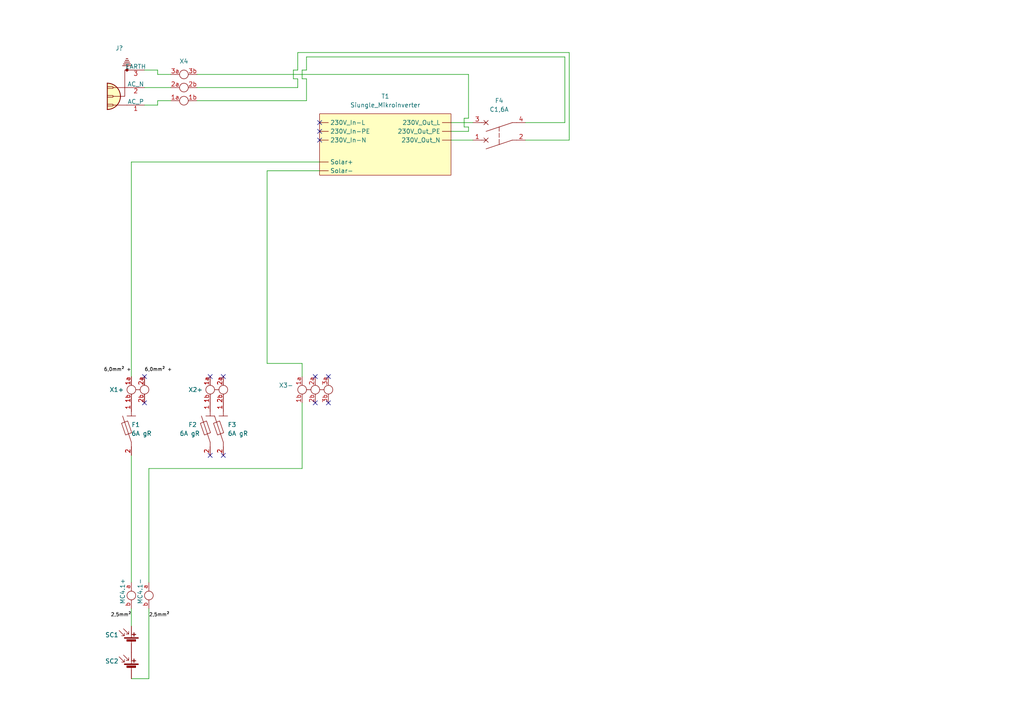
<source format=kicad_sch>
(kicad_sch (version 20211123) (generator eeschema)

  (uuid d45b0e88-7cd7-48fa-8931-2a952822bb92)

  (paper "A4")

  (title_block
    (title "Wechselrichter Inbetriebnahme")
    (date "2023-04-04")
    (rev "1.0")
    (comment 3 "Für den nächsten Ausbauschritt werden bereits alle Einspeiseklemmen gesetzt")
    (comment 4 "Im ersten Schritt wird zunächst nur der Wechselrichter Inbetrieb genommen ")
  )

  (lib_symbols
    (symbol "AlexLib:Reihenklemme_2-pol-verbunden" (in_bom yes) (on_board yes)
      (property "Reference" "X" (id 0) (at 0 0 0)
        (effects (font (size 1.27 1.27)))
      )
      (property "Value" "Reihenklemme_2-pol-verbunden" (id 1) (at 0 0 0)
        (effects (font (size 1.27 1.27)))
      )
      (property "Footprint" "" (id 2) (at 0 0 0)
        (effects (font (size 1.27 1.27)) hide)
      )
      (property "Datasheet" "" (id 3) (at 0 0 0)
        (effects (font (size 1.27 1.27)) hide)
      )
      (symbol "Reihenklemme_2-pol-verbunden_0_1"
        (circle (center -8.89 -6.35) (radius 1.27)
          (stroke (width 0) (type default) (color 0 0 0 0))
          (fill (type none))
        )
        (circle (center -5.08 -6.35) (radius 1.27)
          (stroke (width 0) (type default) (color 0 0 0 0))
          (fill (type none))
        )
        (polyline
          (pts
            (xy -7.62 -6.35)
            (xy -6.35 -6.35)
          )
          (stroke (width 0) (type default) (color 0 0 0 0))
          (fill (type none))
        )
      )
      (symbol "Reihenklemme_2-pol-verbunden_1_1"
        (pin passive line (at -8.89 -2.54 270) (length 2.54)
          (name "" (effects (font (size 1.27 1.27))))
          (number "1a" (effects (font (size 1.27 1.27))))
        )
        (pin passive line (at -8.89 -10.16 90) (length 2.54)
          (name "" (effects (font (size 1.27 1.27))))
          (number "1b" (effects (font (size 1.27 1.27))))
        )
        (pin passive line (at -5.08 -2.54 270) (length 2.54)
          (name "" (effects (font (size 1.27 1.27))))
          (number "2a" (effects (font (size 1.27 1.27))))
        )
        (pin passive line (at -5.08 -10.16 90) (length 2.54)
          (name "" (effects (font (size 1.27 1.27))))
          (number "2b" (effects (font (size 1.27 1.27))))
        )
      )
    )
    (symbol "AlexLib:Reihenklemme_3-pol" (in_bom yes) (on_board yes)
      (property "Reference" "X" (id 0) (at 0 0 0)
        (effects (font (size 1.27 1.27)))
      )
      (property "Value" "Reihenklemme_3-pol" (id 1) (at 0 0 0)
        (effects (font (size 1.27 1.27)))
      )
      (property "Footprint" "" (id 2) (at 0 0 0)
        (effects (font (size 1.27 1.27)) hide)
      )
      (property "Datasheet" "" (id 3) (at 0 0 0)
        (effects (font (size 1.27 1.27)) hide)
      )
      (symbol "Reihenklemme_3-pol_0_1"
        (circle (center -8.89 -6.35) (radius 1.27)
          (stroke (width 0) (type default) (color 0 0 0 0))
          (fill (type none))
        )
        (circle (center -5.08 -6.35) (radius 1.27)
          (stroke (width 0) (type default) (color 0 0 0 0))
          (fill (type none))
        )
        (circle (center -1.27 -6.35) (radius 1.27)
          (stroke (width 0) (type default) (color 0 0 0 0))
          (fill (type none))
        )
      )
      (symbol "Reihenklemme_3-pol_1_1"
        (pin passive line (at -8.89 -2.54 270) (length 2.54)
          (name "" (effects (font (size 1.27 1.27))))
          (number "1a" (effects (font (size 1.27 1.27))))
        )
        (pin passive line (at -8.89 -10.16 90) (length 2.54)
          (name "" (effects (font (size 1.27 1.27))))
          (number "1b" (effects (font (size 1.27 1.27))))
        )
        (pin passive line (at -5.08 -2.54 270) (length 2.54)
          (name "" (effects (font (size 1.27 1.27))))
          (number "2a" (effects (font (size 1.27 1.27))))
        )
        (pin passive line (at -5.08 -10.16 90) (length 2.54)
          (name "" (effects (font (size 1.27 1.27))))
          (number "2b" (effects (font (size 1.27 1.27))))
        )
        (pin passive line (at -1.27 -2.54 270) (length 2.54)
          (name "" (effects (font (size 1.27 1.27))))
          (number "3a" (effects (font (size 1.27 1.27))))
        )
        (pin passive line (at -1.27 -10.16 90) (length 2.54)
          (name "" (effects (font (size 1.27 1.27))))
          (number "3b" (effects (font (size 1.27 1.27))))
        )
      )
    )
    (symbol "AlexLib:Sicherungstrennschalter 1 polig" (in_bom yes) (on_board yes)
      (property "Reference" "F" (id 0) (at 0 0 0)
        (effects (font (size 1.27 1.27)))
      )
      (property "Value" "Sicherungstrennschalter 1 polig" (id 1) (at 0 0 0)
        (effects (font (size 1.27 1.27)))
      )
      (property "Footprint" "" (id 2) (at 0 0 0)
        (effects (font (size 1.27 1.27)) hide)
      )
      (property "Datasheet" "" (id 3) (at 0 0 0)
        (effects (font (size 1.27 1.27)) hide)
      )
      (symbol "Sicherungstrennschalter 1 polig_0_1"
        (polyline
          (pts
            (xy -1.27 -11.43)
            (xy 1.27 -11.43)
          )
          (stroke (width 0) (type default) (color 0 0 0 0))
          (fill (type none))
        )
        (polyline
          (pts
            (xy 0 -19.05)
            (xy -2.54 -11.43)
          )
          (stroke (width 0) (type default) (color 0 0 0 0))
          (fill (type none))
        )
        (polyline
          (pts
            (xy -2.0066 -13.2334)
            (xy -2.8448 -13.5382)
            (xy -1.6764 -16.9418)
            (xy -0.8128 -16.6116)
          )
          (stroke (width 0) (type default) (color 0 0 0 0))
          (fill (type none))
        )
        (polyline
          (pts
            (xy -0.7366 -16.5862)
            (xy 0.1016 -16.2814)
            (xy -1.0668 -12.8778)
            (xy -1.9304 -13.208)
          )
          (stroke (width 0) (type default) (color 0 0 0 0))
          (fill (type none))
        )
      )
      (symbol "Sicherungstrennschalter 1 polig_1_1"
        (polyline
          (pts
            (xy 0 -19.05)
            (xy 0 -20.32)
          )
          (stroke (width 0) (type default) (color 0 0 0 0))
          (fill (type none))
        )
        (polyline
          (pts
            (xy 0 -10.16)
            (xy 0 -11.43)
          )
          (stroke (width 0) (type default) (color 0 0 0 0))
          (fill (type none))
        )
        (pin passive line (at 0 -7.62 270) (length 2.54)
          (name "~" (effects (font (size 1.27 1.27))))
          (number "1" (effects (font (size 1.27 1.27))))
        )
        (pin passive line (at 0 -22.86 90) (length 2.54)
          (name "~" (effects (font (size 1.27 1.27))))
          (number "2" (effects (font (size 1.27 1.27))))
        )
      )
    )
    (symbol "AlexLib:Siungle_Mikroinverter" (in_bom yes) (on_board yes)
      (property "Reference" "T" (id 0) (at -8.89 1.27 0)
        (effects (font (size 1.27 1.27)))
      )
      (property "Value" "Siungle_Mikroinverter" (id 1) (at 0 3.81 0)
        (effects (font (size 1.27 1.27)))
      )
      (property "Footprint" "" (id 2) (at 0 0 0)
        (effects (font (size 1.27 1.27)) hide)
      )
      (property "Datasheet" "" (id 3) (at 0 0 0)
        (effects (font (size 1.27 1.27)) hide)
      )
      (symbol "Siungle_Mikroinverter_0_1"
        (rectangle (start -10.16 -1.27) (end 27.94 -19.05)
          (stroke (width 0) (type default) (color 0 0 0 0))
          (fill (type background))
        )
      )
      (symbol "Siungle_Mikroinverter_1_1"
        (pin input line (at -10.16 -3.81 0) (length 2.54)
          (name "230V_In-L" (effects (font (size 1.27 1.27))))
          (number "" (effects (font (size 1.27 1.27))))
        )
        (pin input line (at -10.16 -8.89 0) (length 2.54)
          (name "230V_In-N" (effects (font (size 1.27 1.27))))
          (number "" (effects (font (size 1.27 1.27))))
        )
        (pin input line (at -10.16 -6.35 0) (length 2.54)
          (name "230V_In-PE" (effects (font (size 1.27 1.27))))
          (number "" (effects (font (size 1.27 1.27))))
        )
        (pin output line (at 27.94 -3.81 180) (length 2.54)
          (name "230V_Out_L" (effects (font (size 1.27 1.27))))
          (number "" (effects (font (size 1.27 1.27))))
        )
        (pin output line (at 27.94 -8.89 180) (length 2.54)
          (name "230V_Out_N" (effects (font (size 1.27 1.27))))
          (number "" (effects (font (size 1.27 1.27))))
        )
        (pin output line (at 27.94 -6.35 180) (length 2.54)
          (name "230V_Out_PE" (effects (font (size 1.27 1.27))))
          (number "" (effects (font (size 1.27 1.27))))
        )
        (pin input line (at -10.16 -15.24 0) (length 2.54)
          (name "Solar+" (effects (font (size 1.27 1.27))))
          (number "" (effects (font (size 1.27 1.27))))
        )
        (pin input line (at -10.16 -17.78 0) (length 2.54)
          (name "Solar-" (effects (font (size 1.27 1.27))))
          (number "" (effects (font (size 1.27 1.27))))
        )
      )
    )
    (symbol "AlexanderTonnLib:Reihenklemme" (in_bom yes) (on_board yes)
      (property "Reference" "X" (id 0) (at -5.08 -5.08 0)
        (effects (font (size 1.27 1.27)))
      )
      (property "Value" "Reihenklemme" (id 1) (at 1.27 -7.62 0)
        (effects (font (size 1.27 1.27)))
      )
      (property "Footprint" "" (id 2) (at 0 0 0)
        (effects (font (size 1.27 1.27)) hide)
      )
      (property "Datasheet" "" (id 3) (at 0 0 0)
        (effects (font (size 1.27 1.27)) hide)
      )
      (symbol "Reihenklemme_0_1"
        (circle (center -1.27 -6.35) (radius 1.27)
          (stroke (width 0) (type default) (color 0 0 0 0))
          (fill (type none))
        )
      )
      (symbol "Reihenklemme_1_1"
        (pin passive line (at -1.27 -2.54 270) (length 2.54)
          (name "" (effects (font (size 1.27 1.27))))
          (number "a" (effects (font (size 1.27 1.27))))
        )
        (pin passive line (at -1.27 -10.16 90) (length 2.54)
          (name "" (effects (font (size 1.27 1.27))))
          (number "b" (effects (font (size 1.27 1.27))))
        )
      )
    )
    (symbol "AlexanderTonnLib:Reihenklemme_3-pol-verbunden" (in_bom yes) (on_board yes)
      (property "Reference" "X" (id 0) (at 0 0 0)
        (effects (font (size 1.27 1.27)))
      )
      (property "Value" "Reihenklemme_3-pol-verbunden" (id 1) (at 0 0 0)
        (effects (font (size 1.27 1.27)))
      )
      (property "Footprint" "" (id 2) (at 0 0 0)
        (effects (font (size 1.27 1.27)) hide)
      )
      (property "Datasheet" "" (id 3) (at 0 0 0)
        (effects (font (size 1.27 1.27)) hide)
      )
      (symbol "Reihenklemme_3-pol-verbunden_0_1"
        (circle (center -8.89 -10.16) (radius 1.27)
          (stroke (width 0) (type default) (color 0 0 0 0))
          (fill (type none))
        )
        (circle (center -5.08 -10.16) (radius 1.27)
          (stroke (width 0) (type default) (color 0 0 0 0))
          (fill (type none))
        )
        (circle (center -1.27 -10.16) (radius 1.27)
          (stroke (width 0) (type default) (color 0 0 0 0))
          (fill (type none))
        )
        (polyline
          (pts
            (xy -7.62 -10.16)
            (xy -6.35 -10.16)
          )
          (stroke (width 0) (type default) (color 0 0 0 0))
          (fill (type none))
        )
        (polyline
          (pts
            (xy -3.81 -10.16)
            (xy -2.54 -10.16)
          )
          (stroke (width 0) (type default) (color 0 0 0 0))
          (fill (type none))
        )
      )
      (symbol "Reihenklemme_3-pol-verbunden_1_1"
        (pin passive line (at -8.89 -6.35 270) (length 2.54)
          (name "" (effects (font (size 1.27 1.27))))
          (number "1a" (effects (font (size 1.27 1.27))))
        )
        (pin passive line (at -8.89 -13.97 90) (length 2.54)
          (name "" (effects (font (size 1.27 1.27))))
          (number "1b" (effects (font (size 1.27 1.27))))
        )
        (pin passive line (at -5.08 -6.35 270) (length 2.54)
          (name "" (effects (font (size 1.27 1.27))))
          (number "2a" (effects (font (size 1.27 1.27))))
        )
        (pin passive line (at -5.08 -13.97 90) (length 2.54)
          (name "" (effects (font (size 1.27 1.27))))
          (number "2b" (effects (font (size 1.27 1.27))))
        )
        (pin passive line (at -1.27 -6.35 270) (length 2.54)
          (name "" (effects (font (size 1.27 1.27))))
          (number "3a" (effects (font (size 1.27 1.27))))
        )
        (pin passive line (at -1.27 -13.97 90) (length 2.54)
          (name "" (effects (font (size 1.27 1.27))))
          (number "3b" (effects (font (size 1.27 1.27))))
        )
      )
    )
    (symbol "Connector:Conn_WallSocket_Earth" (pin_names (offset 0)) (in_bom yes) (on_board yes)
      (property "Reference" "J" (id 0) (at 3.81 6.985 0)
        (effects (font (size 1.27 1.27)) (justify bottom))
      )
      (property "Value" "Conn_WallSocket_Earth" (id 1) (at 7.62 2.54 90)
        (effects (font (size 1.27 1.27)) (justify bottom))
      )
      (property "Footprint" "" (id 2) (at -7.62 2.54 0)
        (effects (font (size 1.27 1.27)) hide)
      )
      (property "Datasheet" "~" (id 3) (at -7.62 2.54 0)
        (effects (font (size 1.27 1.27)) hide)
      )
      (property "ki_keywords" "wall socket 110VAC 220VAC" (id 4) (at 0 0 0)
        (effects (font (size 1.27 1.27)) hide)
      )
      (property "ki_description" "3-pin german wall socket, with Earth wire (110VAC, 220VAC)" (id 5) (at 0 0 0)
        (effects (font (size 1.27 1.27)) hide)
      )
      (symbol "Conn_WallSocket_Earth_0_1"
        (circle (center 0 -5.08) (radius 0.3556)
          (stroke (width 0) (type default) (color 0 0 0 0))
          (fill (type outline))
        )
        (polyline
          (pts
            (xy -1.27 -6.35)
            (xy 1.27 -6.35)
          )
          (stroke (width 0.2032) (type default) (color 0 0 0 0))
          (fill (type none))
        )
        (polyline
          (pts
            (xy 0 -5.08)
            (xy 0 -6.35)
          )
          (stroke (width 0.2032) (type default) (color 0 0 0 0))
          (fill (type none))
        )
        (polyline
          (pts
            (xy 0.254 -8.382)
            (xy -0.254 -8.382)
          )
          (stroke (width 0.2032) (type default) (color 0 0 0 0))
          (fill (type none))
        )
        (polyline
          (pts
            (xy 0.508 -7.874)
            (xy -0.508 -7.874)
          )
          (stroke (width 0.2032) (type default) (color 0 0 0 0))
          (fill (type none))
        )
        (polyline
          (pts
            (xy 0.762 -7.366)
            (xy -0.762 -7.366)
          )
          (stroke (width 0.2032) (type default) (color 0 0 0 0))
          (fill (type none))
        )
        (polyline
          (pts
            (xy 1.016 -6.858)
            (xy -1.016 -6.858)
          )
          (stroke (width 0.2032) (type default) (color 0 0 0 0))
          (fill (type none))
        )
        (polyline
          (pts
            (xy 4.064 0)
            (xy 0 0)
          )
          (stroke (width 0) (type default) (color 0 0 0 0))
          (fill (type none))
        )
        (polyline
          (pts
            (xy 4.064 5.08)
            (xy 0 5.08)
          )
          (stroke (width 0) (type default) (color 0 0 0 0))
          (fill (type none))
        )
        (polyline
          (pts
            (xy 5.715 -1.27)
            (xy 5.715 6.35)
          )
          (stroke (width 0.254) (type default) (color 0 0 0 0))
          (fill (type none))
        )
        (polyline
          (pts
            (xy 0 -5.08)
            (xy 0.635 -5.08)
            (xy 0.635 2.54)
            (xy 4.064 2.54)
          )
          (stroke (width 0) (type default) (color 0 0 0 0))
          (fill (type none))
        )
        (rectangle (start 5.715 -0.254) (end 4.064 0.254)
          (stroke (width 0) (type default) (color 0 0 0 0))
          (fill (type none))
        )
        (rectangle (start 5.715 2.286) (end 4.064 2.794)
          (stroke (width 0) (type default) (color 0 0 0 0))
          (fill (type none))
        )
        (rectangle (start 5.715 4.826) (end 4.064 5.334)
          (stroke (width 0) (type default) (color 0 0 0 0))
          (fill (type none))
        )
        (arc (start 5.715 6.35) (mid 1.905 2.54) (end 5.715 -1.27)
          (stroke (width 0.254) (type default) (color 0 0 0 0))
          (fill (type background))
        )
      )
      (symbol "Conn_WallSocket_Earth_1_1"
        (pin power_in line (at -5.08 5.08 0) (length 5.08)
          (name "AC_P" (effects (font (size 1.27 1.27))))
          (number "1" (effects (font (size 1.27 1.27))))
        )
        (pin power_in line (at -5.08 0 0) (length 5.08)
          (name "AC_N" (effects (font (size 1.27 1.27))))
          (number "2" (effects (font (size 1.27 1.27))))
        )
        (pin passive line (at -5.08 -5.08 0) (length 5.08)
          (name "EARTH" (effects (font (size 1.27 1.27))))
          (number "3" (effects (font (size 1.27 1.27))))
        )
      )
    )
    (symbol "Device:CircuitBreaker_2P" (in_bom yes) (on_board yes)
      (property "Reference" "CB" (id 0) (at 3.81 0 0)
        (effects (font (size 1.27 1.27)) (justify left))
      )
      (property "Value" "CircuitBreaker_2P" (id 1) (at 3.81 2.54 0)
        (effects (font (size 1.27 1.27)) (justify left))
      )
      (property "Footprint" "" (id 2) (at -2.54 0 0)
        (effects (font (size 1.27 1.27)) hide)
      )
      (property "Datasheet" "~" (id 3) (at -2.54 0 0)
        (effects (font (size 1.27 1.27)) hide)
      )
      (property "ki_keywords" "CB 2P" (id 4) (at 0 0 0)
        (effects (font (size 1.27 1.27)) hide)
      )
      (property "ki_description" "Double pole circuit breaker" (id 5) (at 0 0 0)
        (effects (font (size 1.27 1.27)) hide)
      )
      (symbol "CircuitBreaker_2P_0_1"
        (polyline
          (pts
            (xy -3.81 0)
            (xy -2.286 0)
          )
          (stroke (width 0) (type default) (color 0 0 0 0))
          (fill (type none))
        )
        (polyline
          (pts
            (xy -2.54 -3.81)
            (xy -5.08 3.81)
          )
          (stroke (width 0) (type default) (color 0 0 0 0))
          (fill (type none))
        )
        (polyline
          (pts
            (xy -1.778 0)
            (xy -0.508 0)
          )
          (stroke (width 0) (type default) (color 0 0 0 0))
          (fill (type none))
        )
        (polyline
          (pts
            (xy 0 0)
            (xy 1.27 0)
          )
          (stroke (width 0) (type default) (color 0 0 0 0))
          (fill (type none))
        )
        (polyline
          (pts
            (xy 2.54 -5.08)
            (xy 2.54 -3.81)
          )
          (stroke (width 0) (type default) (color 0 0 0 0))
          (fill (type none))
        )
        (polyline
          (pts
            (xy 2.54 -3.81)
            (xy 0 3.81)
          )
          (stroke (width 0) (type default) (color 0 0 0 0))
          (fill (type none))
        )
      )
      (symbol "CircuitBreaker_2P_1_1"
        (polyline
          (pts
            (xy -3.175 4.445)
            (xy -1.905 3.175)
          )
          (stroke (width 0) (type default) (color 0 0 0 0))
          (fill (type none))
        )
        (polyline
          (pts
            (xy -2.54 -3.81)
            (xy -2.54 -5.08)
          )
          (stroke (width 0) (type default) (color 0 0 0 0))
          (fill (type none))
        )
        (polyline
          (pts
            (xy -2.54 5.08)
            (xy -2.54 3.81)
          )
          (stroke (width 0) (type default) (color 0 0 0 0))
          (fill (type none))
        )
        (polyline
          (pts
            (xy -1.905 4.445)
            (xy -3.175 3.175)
          )
          (stroke (width 0) (type default) (color 0 0 0 0))
          (fill (type none))
        )
        (polyline
          (pts
            (xy 1.905 4.445)
            (xy 3.175 3.175)
          )
          (stroke (width 0) (type default) (color 0 0 0 0))
          (fill (type none))
        )
        (polyline
          (pts
            (xy 2.54 5.08)
            (xy 2.54 3.81)
          )
          (stroke (width 0) (type default) (color 0 0 0 0))
          (fill (type none))
        )
        (polyline
          (pts
            (xy 3.175 4.445)
            (xy 1.905 3.175)
          )
          (stroke (width 0) (type default) (color 0 0 0 0))
          (fill (type none))
        )
        (pin passive line (at -2.54 7.62 270) (length 2.54)
          (name "~" (effects (font (size 1.27 1.27))))
          (number "1" (effects (font (size 1.27 1.27))))
        )
        (pin passive line (at -2.54 -7.62 90) (length 2.54)
          (name "~" (effects (font (size 1.27 1.27))))
          (number "2" (effects (font (size 1.27 1.27))))
        )
        (pin passive line (at 2.54 7.62 270) (length 2.54)
          (name "~" (effects (font (size 1.27 1.27))))
          (number "3" (effects (font (size 1.27 1.27))))
        )
        (pin passive line (at 2.54 -7.62 90) (length 2.54)
          (name "~" (effects (font (size 1.27 1.27))))
          (number "4" (effects (font (size 1.27 1.27))))
        )
      )
    )
    (symbol "Device:Solar_Cell" (pin_numbers hide) (pin_names (offset 0) hide) (in_bom yes) (on_board yes)
      (property "Reference" "SC" (id 0) (at 2.54 2.54 0)
        (effects (font (size 1.27 1.27)) (justify left))
      )
      (property "Value" "Solar_Cell" (id 1) (at 2.54 0 0)
        (effects (font (size 1.27 1.27)) (justify left))
      )
      (property "Footprint" "" (id 2) (at 0 1.524 90)
        (effects (font (size 1.27 1.27)) hide)
      )
      (property "Datasheet" "~" (id 3) (at 0 1.524 90)
        (effects (font (size 1.27 1.27)) hide)
      )
      (property "ki_keywords" "solar cell" (id 4) (at 0 0 0)
        (effects (font (size 1.27 1.27)) hide)
      )
      (property "ki_description" "Single solar cell" (id 5) (at 0 0 0)
        (effects (font (size 1.27 1.27)) hide)
      )
      (symbol "Solar_Cell_0_1"
        (rectangle (start -2.032 1.778) (end 2.032 1.524)
          (stroke (width 0) (type default) (color 0 0 0 0))
          (fill (type outline))
        )
        (rectangle (start -1.3208 1.1938) (end 1.27 0.6858)
          (stroke (width 0) (type default) (color 0 0 0 0))
          (fill (type outline))
        )
        (polyline
          (pts
            (xy -2.032 2.286)
            (xy -3.556 3.81)
          )
          (stroke (width 0) (type default) (color 0 0 0 0))
          (fill (type none))
        )
        (polyline
          (pts
            (xy -0.762 2.794)
            (xy -2.286 4.318)
          )
          (stroke (width 0) (type default) (color 0 0 0 0))
          (fill (type none))
        )
        (polyline
          (pts
            (xy 0 0.762)
            (xy 0 0)
          )
          (stroke (width 0) (type default) (color 0 0 0 0))
          (fill (type none))
        )
        (polyline
          (pts
            (xy 0 1.778)
            (xy 0 2.54)
          )
          (stroke (width 0) (type default) (color 0 0 0 0))
          (fill (type none))
        )
        (polyline
          (pts
            (xy 0.254 2.667)
            (xy 1.27 2.667)
          )
          (stroke (width 0.254) (type default) (color 0 0 0 0))
          (fill (type none))
        )
        (polyline
          (pts
            (xy 0.762 3.175)
            (xy 0.762 2.159)
          )
          (stroke (width 0.254) (type default) (color 0 0 0 0))
          (fill (type none))
        )
        (polyline
          (pts
            (xy -2.032 3.048)
            (xy -2.032 2.286)
            (xy -2.794 2.286)
          )
          (stroke (width 0) (type default) (color 0 0 0 0))
          (fill (type none))
        )
        (polyline
          (pts
            (xy -0.762 3.556)
            (xy -0.762 2.794)
            (xy -1.524 2.794)
          )
          (stroke (width 0) (type default) (color 0 0 0 0))
          (fill (type none))
        )
      )
      (symbol "Solar_Cell_1_1"
        (pin passive line (at 0 5.08 270) (length 2.54)
          (name "+" (effects (font (size 1.27 1.27))))
          (number "1" (effects (font (size 1.27 1.27))))
        )
        (pin passive line (at 0 -2.54 90) (length 2.54)
          (name "-" (effects (font (size 1.27 1.27))))
          (number "2" (effects (font (size 1.27 1.27))))
        )
      )
    )
  )


  (no_connect (at 41.91 116.84) (uuid 466d15d7-ff68-43c1-9f79-3aa2ede78126))
  (no_connect (at 92.71 35.56) (uuid bdb76213-74f5-4926-ba05-275e8bc127f7))
  (no_connect (at 92.71 38.1) (uuid bdb76213-74f5-4926-ba05-275e8bc127f8))
  (no_connect (at 92.71 40.64) (uuid bdb76213-74f5-4926-ba05-275e8bc127f9))
  (no_connect (at 91.44 109.22) (uuid f6422090-4c60-473a-8e87-a1a199b041aa))
  (no_connect (at 95.25 109.22) (uuid f6422090-4c60-473a-8e87-a1a199b041ab))
  (no_connect (at 95.25 116.84) (uuid f6422090-4c60-473a-8e87-a1a199b041ac))
  (no_connect (at 91.44 116.84) (uuid f6422090-4c60-473a-8e87-a1a199b041ad))
  (no_connect (at 41.91 109.22) (uuid f6422090-4c60-473a-8e87-a1a199b041ae))
  (no_connect (at 64.77 132.08) (uuid f6422090-4c60-473a-8e87-a1a199b041af))
  (no_connect (at 64.77 109.22) (uuid f6422090-4c60-473a-8e87-a1a199b041b0))
  (no_connect (at 60.96 109.22) (uuid f6422090-4c60-473a-8e87-a1a199b041b1))
  (no_connect (at 60.96 132.08) (uuid f6422090-4c60-473a-8e87-a1a199b041b2))

  (wire (pts (xy 57.15 21.59) (xy 135.89 21.59))
    (stroke (width 0) (type default) (color 0 0 0 0))
    (uuid 007c2326-4fb4-4234-b2aa-7d95f577d235)
  )
  (wire (pts (xy 43.18 135.89) (xy 43.18 168.91))
    (stroke (width 0) (type default) (color 0 0 0 0))
    (uuid 088dbeeb-c836-4428-823e-de501174d719)
  )
  (wire (pts (xy 134.62 36.83) (xy 134.62 34.29))
    (stroke (width 0) (type default) (color 0 0 0 0))
    (uuid 094ad59e-5fb0-4802-95a2-e30efcc53f9e)
  )
  (wire (pts (xy 88.9 22.86) (xy 88.9 29.21))
    (stroke (width 0) (type default) (color 0 0 0 0))
    (uuid 133ca972-1d5c-4938-a26d-40157b6c9605)
  )
  (wire (pts (xy 165.1 15.24) (xy 86.36 15.24))
    (stroke (width 0) (type default) (color 0 0 0 0))
    (uuid 15398eb4-3139-41ba-8d62-c4c51eb47adf)
  )
  (wire (pts (xy 38.1 46.99) (xy 38.1 109.22))
    (stroke (width 0) (type default) (color 0 0 0 0))
    (uuid 1cc5dda8-4067-4e71-b888-ec1d79e8eedd)
  )
  (wire (pts (xy 45.72 21.59) (xy 45.72 20.32))
    (stroke (width 0) (type default) (color 0 0 0 0))
    (uuid 2b002469-37c1-41f3-b272-ca374c3f22e3)
  )
  (wire (pts (xy 77.47 49.53) (xy 77.47 105.41))
    (stroke (width 0) (type default) (color 0 0 0 0))
    (uuid 2c6eec98-93df-462d-a86b-2e2bd2829629)
  )
  (wire (pts (xy 38.1 46.99) (xy 92.71 46.99))
    (stroke (width 0) (type default) (color 0 0 0 0))
    (uuid 42bb6615-c58d-4a8a-96d7-94d6a52bb7ba)
  )
  (wire (pts (xy 88.9 16.51) (xy 88.9 20.32))
    (stroke (width 0) (type default) (color 0 0 0 0))
    (uuid 43c5aa53-1bed-4850-b5d9-da86ab0d07c0)
  )
  (wire (pts (xy 85.09 22.86) (xy 86.36 22.86))
    (stroke (width 0) (type default) (color 0 0 0 0))
    (uuid 51159c92-eab5-40c2-885e-639c9e0dea1b)
  )
  (wire (pts (xy 137.16 40.64) (xy 130.81 40.64))
    (stroke (width 0) (type default) (color 0 0 0 0))
    (uuid 513f8d77-038b-4f63-b382-3c10785b7135)
  )
  (wire (pts (xy 135.89 38.1) (xy 135.89 36.83))
    (stroke (width 0) (type default) (color 0 0 0 0))
    (uuid 548dfc20-3070-465e-8bcc-985778faad12)
  )
  (wire (pts (xy 77.47 49.53) (xy 92.71 49.53))
    (stroke (width 0) (type default) (color 0 0 0 0))
    (uuid 549d376b-fa4d-40db-995a-ca03b8368cc0)
  )
  (wire (pts (xy 86.36 15.24) (xy 86.36 20.32))
    (stroke (width 0) (type default) (color 0 0 0 0))
    (uuid 567e103a-f54c-4765-9882-d21f5346db20)
  )
  (wire (pts (xy 38.1 176.53) (xy 38.1 181.61))
    (stroke (width 0) (type default) (color 0 0 0 0))
    (uuid 62511ece-724e-49a2-b377-595625c1fb53)
  )
  (wire (pts (xy 77.47 105.41) (xy 87.63 105.41))
    (stroke (width 0) (type default) (color 0 0 0 0))
    (uuid 6372ef8c-d5e4-41da-a706-be312e7fae4d)
  )
  (wire (pts (xy 165.1 40.64) (xy 165.1 15.24))
    (stroke (width 0) (type default) (color 0 0 0 0))
    (uuid 6efce09f-21ab-43b3-b2d0-3ee99971596e)
  )
  (wire (pts (xy 88.9 20.32) (xy 87.63 20.32))
    (stroke (width 0) (type default) (color 0 0 0 0))
    (uuid 6fe86f08-8a46-4f3f-acef-6c7ee5d5b188)
  )
  (wire (pts (xy 87.63 20.32) (xy 87.63 22.86))
    (stroke (width 0) (type default) (color 0 0 0 0))
    (uuid 7724da4e-090f-402a-a500-7a6d9be7ab33)
  )
  (wire (pts (xy 163.83 16.51) (xy 163.83 35.56))
    (stroke (width 0) (type default) (color 0 0 0 0))
    (uuid 7c330234-5482-424f-aefc-61a5be0cac53)
  )
  (wire (pts (xy 45.72 29.21) (xy 49.53 29.21))
    (stroke (width 0) (type default) (color 0 0 0 0))
    (uuid 8716d0df-26f3-401c-ba53-db99730ce77a)
  )
  (wire (pts (xy 135.89 34.29) (xy 135.89 21.59))
    (stroke (width 0) (type default) (color 0 0 0 0))
    (uuid 93266c7d-91dd-459d-a8f3-b37806a3d4d3)
  )
  (wire (pts (xy 45.72 21.59) (xy 49.53 21.59))
    (stroke (width 0) (type default) (color 0 0 0 0))
    (uuid 9962433b-5172-465a-b433-963ab27962b5)
  )
  (wire (pts (xy 152.4 35.56) (xy 163.83 35.56))
    (stroke (width 0) (type default) (color 0 0 0 0))
    (uuid 9efa13a8-db4b-4be8-86e2-c40d4337caf1)
  )
  (wire (pts (xy 135.89 36.83) (xy 134.62 36.83))
    (stroke (width 0) (type default) (color 0 0 0 0))
    (uuid a44b6e3c-0185-4c33-843a-285cda3cc15c)
  )
  (wire (pts (xy 163.83 16.51) (xy 88.9 16.51))
    (stroke (width 0) (type default) (color 0 0 0 0))
    (uuid a7634138-d731-46b2-a591-db192e33c233)
  )
  (wire (pts (xy 43.18 135.89) (xy 87.63 135.89))
    (stroke (width 0) (type default) (color 0 0 0 0))
    (uuid a906409e-b30b-4262-9ac6-6935f23aaa2c)
  )
  (wire (pts (xy 86.36 20.32) (xy 85.09 20.32))
    (stroke (width 0) (type default) (color 0 0 0 0))
    (uuid b0846e22-a489-4408-9d66-edda16e025aa)
  )
  (wire (pts (xy 134.62 34.29) (xy 135.89 34.29))
    (stroke (width 0) (type default) (color 0 0 0 0))
    (uuid b315e4a0-dfd5-4ab1-8ee5-a4ce7baecb73)
  )
  (wire (pts (xy 41.91 30.48) (xy 45.72 30.48))
    (stroke (width 0) (type default) (color 0 0 0 0))
    (uuid ba515d65-3546-4aa2-b845-acb297259c07)
  )
  (wire (pts (xy 43.18 196.85) (xy 38.1 196.85))
    (stroke (width 0) (type default) (color 0 0 0 0))
    (uuid bea22cad-f9a1-4829-afb6-8e55d19d2486)
  )
  (wire (pts (xy 45.72 20.32) (xy 41.91 20.32))
    (stroke (width 0) (type default) (color 0 0 0 0))
    (uuid bf39dd13-2710-4ebb-99ca-f18f94a45a02)
  )
  (wire (pts (xy 41.91 25.4) (xy 49.53 25.4))
    (stroke (width 0) (type default) (color 0 0 0 0))
    (uuid bfa671cf-c63f-438a-8841-78eff5bb8d55)
  )
  (wire (pts (xy 86.36 22.86) (xy 86.36 25.4))
    (stroke (width 0) (type default) (color 0 0 0 0))
    (uuid c4796204-7949-4fc5-bcc6-d19fd13377da)
  )
  (wire (pts (xy 88.9 29.21) (xy 57.15 29.21))
    (stroke (width 0) (type default) (color 0 0 0 0))
    (uuid d04b2187-1c3d-4eed-9247-766f7ddf218c)
  )
  (wire (pts (xy 86.36 25.4) (xy 57.15 25.4))
    (stroke (width 0) (type default) (color 0 0 0 0))
    (uuid d11e6c25-3165-4fe8-ac1a-ec2fa8fd9dc3)
  )
  (wire (pts (xy 87.63 116.84) (xy 87.63 135.89))
    (stroke (width 0) (type default) (color 0 0 0 0))
    (uuid d2fd3d1e-57f7-4f96-8182-ebd4f2537c0a)
  )
  (wire (pts (xy 85.09 20.32) (xy 85.09 22.86))
    (stroke (width 0) (type default) (color 0 0 0 0))
    (uuid dffe07ef-6135-46e2-93a0-79dfc317797a)
  )
  (wire (pts (xy 152.4 40.64) (xy 165.1 40.64))
    (stroke (width 0) (type default) (color 0 0 0 0))
    (uuid e16d87f0-f54d-4161-93da-259069a13189)
  )
  (wire (pts (xy 87.63 22.86) (xy 88.9 22.86))
    (stroke (width 0) (type default) (color 0 0 0 0))
    (uuid e2e2f2b3-f5e9-47d6-9506-2104c3a4be15)
  )
  (wire (pts (xy 87.63 109.22) (xy 87.63 105.41))
    (stroke (width 0) (type default) (color 0 0 0 0))
    (uuid e69edf4e-63b2-457e-a6d4-43239585ce3b)
  )
  (wire (pts (xy 137.16 35.56) (xy 130.81 35.56))
    (stroke (width 0) (type default) (color 0 0 0 0))
    (uuid e6dd973f-d4be-44ce-ac52-ed2ef7529421)
  )
  (wire (pts (xy 43.18 176.53) (xy 43.18 196.85))
    (stroke (width 0) (type default) (color 0 0 0 0))
    (uuid eb109a1f-d546-4db8-b715-1775d1302ade)
  )
  (wire (pts (xy 45.72 30.48) (xy 45.72 29.21))
    (stroke (width 0) (type default) (color 0 0 0 0))
    (uuid f00a06d1-4968-4bd1-b89f-18f593dc9b1f)
  )
  (wire (pts (xy 38.1 132.08) (xy 38.1 168.91))
    (stroke (width 0) (type default) (color 0 0 0 0))
    (uuid f642be0b-0a90-4a57-929c-aabaaf12949a)
  )
  (wire (pts (xy 130.81 38.1) (xy 135.89 38.1))
    (stroke (width 0) (type default) (color 0 0 0 0))
    (uuid f8860c4e-5450-4ae9-b383-bb69f46cf71c)
  )

  (label "2,5mm²" (at 38.1 179.07 180)
    (effects (font (size 1 1)) (justify right bottom))
    (uuid 0047959e-e1ff-4098-9d78-e98144cbb570)
  )
  (label "6,0mm² +" (at 41.91 107.95 0)
    (effects (font (size 1 1)) (justify left bottom))
    (uuid 0f14213b-38ba-49ae-8fc0-eca4947ff123)
  )
  (label "2,5mm²" (at 43.18 179.07 0)
    (effects (font (size 1 1)) (justify left bottom))
    (uuid 1e862f19-27e3-4da5-bc03-6ef6c77f027f)
  )
  (label "6,0mm² +" (at 38.1 107.95 180)
    (effects (font (size 1 1)) (justify right bottom))
    (uuid 9c2fb8aa-1247-4234-b136-47f342a39575)
  )

  (symbol (lib_id "Connector:Conn_WallSocket_Earth") (at 36.83 25.4 180) (unit 1)
    (in_bom yes) (on_board yes) (fields_autoplaced)
    (uuid 0c969bab-6a92-4175-9a2a-08c4eb3f9970)
    (property "Reference" "J?" (id 0) (at 34.5948 13.97 0))
    (property "Value" "Conn_WallSocket_Earth" (id 1) (at 35.8647 15.24 90)
      (effects (font (size 1.27 1.27)) (justify right) hide)
    )
    (property "Footprint" "" (id 2) (at 44.45 27.94 0)
      (effects (font (size 1.27 1.27)) hide)
    )
    (property "Datasheet" "~" (id 3) (at 44.45 27.94 0)
      (effects (font (size 1.27 1.27)) hide)
    )
    (pin "1" (uuid 9e54360d-db02-4949-a9c5-28bc285b1557))
    (pin "2" (uuid 2bd3398b-363d-4be7-8f9b-92f507361432))
    (pin "3" (uuid 94280c52-3cae-4e79-9381-7eeb60b96344))
  )

  (symbol (lib_id "AlexLib:Sicherungstrennschalter 1 polig") (at 60.96 109.22 0) (unit 1)
    (in_bom yes) (on_board yes)
    (uuid 3683b09c-a784-4b52-b3a9-29e3f0f7400a)
    (property "Reference" "F2" (id 0) (at 54.61 123.19 0)
      (effects (font (size 1.27 1.27)) (justify left))
    )
    (property "Value" "6A gR" (id 1) (at 52.07 125.73 0)
      (effects (font (size 1.27 1.27)) (justify left))
    )
    (property "Footprint" "" (id 2) (at 60.96 109.22 0)
      (effects (font (size 1.27 1.27)) hide)
    )
    (property "Datasheet" "https://www.schutzschalter-online.de/produkte/sicherungssysteme-lasttrennschalter-sicherungen-sicherungshalter/lasttrennschalter-fuer-zylindrische-sicherungen/opvp10-lasttrennschalter-fuer-10x38mm-sicherungen.html" (id 3) (at 60.96 109.22 0)
      (effects (font (size 1.27 1.27)) hide)
    )
    (pin "1" (uuid 163f0e9d-2f77-45cd-8e95-ec1ac111c99d))
    (pin "2" (uuid f590cb31-43af-4e60-a6e2-82ace40ca960))
  )

  (symbol (lib_id "Device:Solar_Cell") (at 38.1 186.69 0) (unit 1)
    (in_bom yes) (on_board yes)
    (uuid 370a3e29-a003-40d7-a07e-5e68d306210e)
    (property "Reference" "SC1" (id 0) (at 30.48 184.15 0)
      (effects (font (size 1.27 1.27)) (justify left))
    )
    (property "Value" "Solar_Cell" (id 1) (at 41.91 185.8009 0)
      (effects (font (size 1.27 1.27)) (justify left) hide)
    )
    (property "Footprint" "" (id 2) (at 38.1 185.166 90)
      (effects (font (size 1.27 1.27)) hide)
    )
    (property "Datasheet" "~" (id 3) (at 38.1 185.166 90)
      (effects (font (size 1.27 1.27)) hide)
    )
    (pin "1" (uuid 343f0c58-7194-48c0-9eb4-25094f325b83))
    (pin "2" (uuid 59f61dc1-a3fc-4b94-82cd-44ec45752bf2))
  )

  (symbol (lib_id "AlexLib:Siungle_Mikroinverter") (at 102.87 31.75 0) (unit 1)
    (in_bom yes) (on_board yes) (fields_autoplaced)
    (uuid 48780ea8-9dbd-42a8-810f-31d9251489ca)
    (property "Reference" "T1" (id 0) (at 111.76 27.94 0))
    (property "Value" "Siungle_Mikroinverter" (id 1) (at 111.76 30.48 0))
    (property "Footprint" "" (id 2) (at 102.87 31.75 0)
      (effects (font (size 1.27 1.27)) hide)
    )
    (property "Datasheet" "" (id 3) (at 102.87 31.75 0)
      (effects (font (size 1.27 1.27)) hide)
    )
    (pin "" (uuid a4dc5a6c-846f-4410-8bca-ef0602534ffd))
    (pin "" (uuid a4dc5a6c-846f-4410-8bca-ef0602534ffd))
    (pin "" (uuid a4dc5a6c-846f-4410-8bca-ef0602534ffd))
    (pin "" (uuid a4dc5a6c-846f-4410-8bca-ef0602534ffd))
    (pin "" (uuid a4dc5a6c-846f-4410-8bca-ef0602534ffd))
    (pin "" (uuid a4dc5a6c-846f-4410-8bca-ef0602534ffd))
    (pin "" (uuid a4dc5a6c-846f-4410-8bca-ef0602534ffd))
    (pin "" (uuid a4dc5a6c-846f-4410-8bca-ef0602534ffd))
  )

  (symbol (lib_id "Device:CircuitBreaker_2P") (at 144.78 38.1 90) (unit 1)
    (in_bom yes) (on_board yes) (fields_autoplaced)
    (uuid 57d183c2-0911-4e0b-93e7-f4af0efa142a)
    (property "Reference" "F4" (id 0) (at 144.78 29.21 90))
    (property "Value" "C1,6A" (id 1) (at 144.78 31.75 90))
    (property "Footprint" "" (id 2) (at 144.78 40.64 0)
      (effects (font (size 1.27 1.27)) hide)
    )
    (property "Datasheet" "https://www.conrad.de/de/p/chint-179647-nb1-63-2p-b25-6ka-db-leitungsschutzschalter-2polig-25-a-240-v-415-v-2525059.html" (id 3) (at 144.78 40.64 0)
      (effects (font (size 1.27 1.27)) hide)
    )
    (pin "1" (uuid 661ab7d9-bbf0-4df1-885c-1de3ad4f723b))
    (pin "2" (uuid 1f6b8ef5-c0eb-4e31-97be-e6aafa30b24d))
    (pin "3" (uuid 25558903-1fee-49be-99a1-25ba73aaa9c7))
    (pin "4" (uuid fefee7da-73c2-48d1-bbba-58c3de9c003c))
  )

  (symbol (lib_id "AlexLib:Reihenklemme_2-pol-verbunden") (at 46.99 106.68 0) (unit 1)
    (in_bom yes) (on_board yes)
    (uuid 880b72d0-8fa1-4d24-867d-bd761b9b3282)
    (property "Reference" "X1+" (id 0) (at 31.75 113.03 0)
      (effects (font (size 1.27 1.27)) (justify left))
    )
    (property "Value" "Reihenklemme_2-pol-verbunden" (id 1) (at 44.45 114.2999 0)
      (effects (font (size 1.27 1.27)) (justify left) hide)
    )
    (property "Footprint" "" (id 2) (at 46.99 106.68 0)
      (effects (font (size 1.27 1.27)) hide)
    )
    (property "Datasheet" "" (id 3) (at 46.99 106.68 0)
      (effects (font (size 1.27 1.27)) hide)
    )
    (pin "1a" (uuid d06bff6c-141d-43ac-9b1c-f05af6c38996))
    (pin "1b" (uuid ec30b422-bef4-4e8e-b21a-bf0cc1788c54))
    (pin "2a" (uuid 73b3e69e-594b-4bdc-b89c-be7c86fd45e5))
    (pin "2b" (uuid 5cb9d03d-f1d9-4e7c-ac68-00936f84cc3d))
  )

  (symbol (lib_id "AlexanderTonnLib:Reihenklemme_3-pol-verbunden") (at 96.52 102.87 0) (unit 1)
    (in_bom yes) (on_board yes)
    (uuid 8e64a861-600f-4d5d-ba44-d9b6dbeba484)
    (property "Reference" "X3-" (id 0) (at 85.09 111.7599 0)
      (effects (font (size 1.27 1.27)) (justify right))
    )
    (property "Value" "Reihenklemme_3-pol-verbunden" (id 1) (at 82.55 121.92 0)
      (effects (font (size 1.27 1.27)) (justify right) hide)
    )
    (property "Footprint" "" (id 2) (at 96.52 102.87 0)
      (effects (font (size 1.27 1.27)) hide)
    )
    (property "Datasheet" "" (id 3) (at 96.52 102.87 0)
      (effects (font (size 1.27 1.27)) hide)
    )
    (pin "1a" (uuid e852e706-28d0-4415-b9f9-ee430e47a157))
    (pin "1b" (uuid 4db4ca60-0c6a-47e0-8c24-860d88b2ff9c))
    (pin "2a" (uuid aec2acdd-80e3-4e52-855c-287dd5bb1add))
    (pin "2b" (uuid d678aff5-8df7-4399-ad5a-77cafe77460a))
    (pin "3a" (uuid c61dd9f5-6dba-4050-a2e7-843f32108390))
    (pin "3b" (uuid 2bae548e-413a-4125-aa97-4cdd9a646c05))
  )

  (symbol (lib_id "AlexLib:Reihenklemme_3-pol") (at 46.99 20.32 90) (unit 1)
    (in_bom yes) (on_board yes) (fields_autoplaced)
    (uuid 954f89c0-8cb5-47d8-9403-d00cf7e03ca3)
    (property "Reference" "X4" (id 0) (at 53.34 17.78 90))
    (property "Value" "Reihenklemme_3-pol" (id 1) (at 53.34 17.78 90)
      (effects (font (size 1.27 1.27)) hide)
    )
    (property "Footprint" "" (id 2) (at 46.99 20.32 0)
      (effects (font (size 1.27 1.27)) hide)
    )
    (property "Datasheet" "" (id 3) (at 46.99 20.32 0)
      (effects (font (size 1.27 1.27)) hide)
    )
    (pin "1a" (uuid 9cc6a342-7acd-4fc8-a66c-2bf0f788d6d6))
    (pin "1b" (uuid decf659e-e290-49e7-b635-7b6c36e029e2))
    (pin "2a" (uuid 513e3a8f-4549-4867-861c-1a28e493a484))
    (pin "2b" (uuid 0a4a6f44-046a-4b13-a5c9-d6fb1bc5ebd8))
    (pin "3a" (uuid f94d4ca6-e15c-4c79-b137-69c705d48f7c))
    (pin "3b" (uuid dc2d41c1-619e-435f-8703-95cda9b59e92))
  )

  (symbol (lib_id "Device:Solar_Cell") (at 38.1 194.31 0) (unit 1)
    (in_bom yes) (on_board yes)
    (uuid a2d2646b-f0c8-4d7b-9831-6f07337e917f)
    (property "Reference" "SC2" (id 0) (at 30.48 191.77 0)
      (effects (font (size 1.27 1.27)) (justify left))
    )
    (property "Value" "Solar_Cell" (id 1) (at 41.91 193.4209 0)
      (effects (font (size 1.27 1.27)) (justify left) hide)
    )
    (property "Footprint" "" (id 2) (at 38.1 192.786 90)
      (effects (font (size 1.27 1.27)) hide)
    )
    (property "Datasheet" "~" (id 3) (at 38.1 192.786 90)
      (effects (font (size 1.27 1.27)) hide)
    )
    (pin "1" (uuid 087e7dcd-03d9-4011-bd21-b2255f90896c))
    (pin "2" (uuid 30ac317c-5450-4965-ac58-47801a0e75ce))
  )

  (symbol (lib_id "AlexLib:Reihenklemme_2-pol-verbunden") (at 69.85 106.68 0) (unit 1)
    (in_bom yes) (on_board yes)
    (uuid adae8520-5849-4c4c-a278-f581498d76ff)
    (property "Reference" "X2+" (id 0) (at 54.61 113.03 0)
      (effects (font (size 1.27 1.27)) (justify left))
    )
    (property "Value" "Reihenklemme_2-pol-verbunden" (id 1) (at 67.31 114.2999 0)
      (effects (font (size 1.27 1.27)) (justify left) hide)
    )
    (property "Footprint" "" (id 2) (at 69.85 106.68 0)
      (effects (font (size 1.27 1.27)) hide)
    )
    (property "Datasheet" "" (id 3) (at 69.85 106.68 0)
      (effects (font (size 1.27 1.27)) hide)
    )
    (pin "1a" (uuid 0fdef49a-57e8-46d4-951d-dc8b11766d97))
    (pin "1b" (uuid e79ab09c-988f-43c0-a523-105e79bb23b5))
    (pin "2a" (uuid e6376ec2-9f79-4296-a972-2cedcdd3015d))
    (pin "2b" (uuid fdb2f7d3-47e8-48d5-abab-d081b7d094f3))
  )

  (symbol (lib_id "AlexanderTonnLib:Reihenklemme") (at 39.37 166.37 0) (unit 1)
    (in_bom yes) (on_board yes)
    (uuid e24fb3b8-61e5-46b3-960f-2d13ae3b5f20)
    (property "Reference" "MC4.1+" (id 0) (at 35.56 175.26 90)
      (effects (font (size 1.27 1.27)) (justify left))
    )
    (property "Value" "Reihenklemme" (id 1) (at 40.64 173.9899 0)
      (effects (font (size 1.27 1.27)) (justify left) hide)
    )
    (property "Footprint" "" (id 2) (at 39.37 166.37 0)
      (effects (font (size 1.27 1.27)) hide)
    )
    (property "Datasheet" "" (id 3) (at 39.37 166.37 0)
      (effects (font (size 1.27 1.27)) hide)
    )
    (pin "a" (uuid cb009545-66d8-46c9-bb06-6c84e7eb5a7e))
    (pin "b" (uuid 9b630b7b-6130-4a70-99ed-c2b726fa565d))
  )

  (symbol (lib_id "AlexanderTonnLib:Reihenklemme") (at 44.45 166.37 0) (unit 1)
    (in_bom yes) (on_board yes)
    (uuid e3267d62-c78c-4d01-ad05-7e5a8fdce934)
    (property "Reference" "MC4.1-" (id 0) (at 40.64 175.26 90)
      (effects (font (size 1.27 1.27)) (justify left))
    )
    (property "Value" "Reihenklemme" (id 1) (at 45.72 173.9899 0)
      (effects (font (size 1.27 1.27)) (justify left) hide)
    )
    (property "Footprint" "" (id 2) (at 44.45 166.37 0)
      (effects (font (size 1.27 1.27)) hide)
    )
    (property "Datasheet" "" (id 3) (at 44.45 166.37 0)
      (effects (font (size 1.27 1.27)) hide)
    )
    (pin "a" (uuid 7cd5e9cd-05ee-4704-9dce-3af2a5963e1f))
    (pin "b" (uuid 295d17f2-f2b7-4662-919b-76d7bbf210e8))
  )

  (symbol (lib_id "AlexLib:Sicherungstrennschalter 1 polig") (at 64.77 109.22 0) (unit 1)
    (in_bom yes) (on_board yes)
    (uuid e60b5a89-ec95-4224-b19f-eacc41577ce3)
    (property "Reference" "F3" (id 0) (at 66.04 123.19 0)
      (effects (font (size 1.27 1.27)) (justify left))
    )
    (property "Value" "6A gR" (id 1) (at 66.04 125.73 0)
      (effects (font (size 1.27 1.27)) (justify left))
    )
    (property "Footprint" "" (id 2) (at 64.77 109.22 0)
      (effects (font (size 1.27 1.27)) hide)
    )
    (property "Datasheet" "https://www.schutzschalter-online.de/produkte/sicherungssysteme-lasttrennschalter-sicherungen-sicherungshalter/lasttrennschalter-fuer-zylindrische-sicherungen/opvp10-lasttrennschalter-fuer-10x38mm-sicherungen.html" (id 3) (at 64.77 109.22 0)
      (effects (font (size 1.27 1.27)) hide)
    )
    (pin "1" (uuid 044aa9de-e2a7-4ce8-9361-dbb0d37a8037))
    (pin "2" (uuid c5875a5b-8148-4629-bb6e-29a544bb0eb9))
  )

  (symbol (lib_id "AlexLib:Sicherungstrennschalter 1 polig") (at 38.1 109.22 0) (unit 1)
    (in_bom yes) (on_board yes)
    (uuid f563b7fc-a451-44ae-8ca8-2af7301939c2)
    (property "Reference" "F1" (id 0) (at 38.1 123.19 0)
      (effects (font (size 1.27 1.27)) (justify left))
    )
    (property "Value" "6A gR" (id 1) (at 38.1 125.73 0)
      (effects (font (size 1.27 1.27)) (justify left))
    )
    (property "Footprint" "" (id 2) (at 38.1 109.22 0)
      (effects (font (size 1.27 1.27)) hide)
    )
    (property "Datasheet" "https://www.schutzschalter-online.de/produkte/sicherungssysteme-lasttrennschalter-sicherungen-sicherungshalter/lasttrennschalter-fuer-zylindrische-sicherungen/opvp10-lasttrennschalter-fuer-10x38mm-sicherungen.html" (id 3) (at 38.1 109.22 0)
      (effects (font (size 1.27 1.27)) hide)
    )
    (pin "1" (uuid 005c0f03-9aab-41a3-89d1-d635bc29180f))
    (pin "2" (uuid 090ba013-d1ee-4c7f-9d28-c8d3088143a4))
  )
)

</source>
